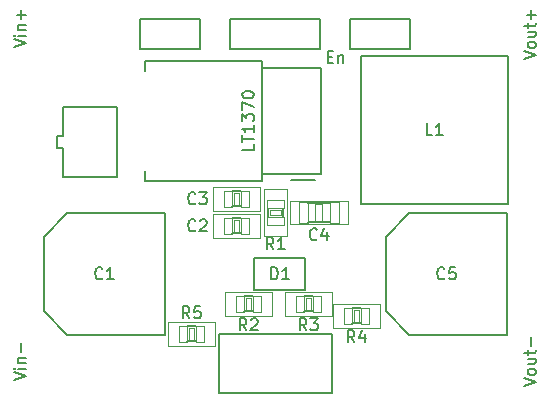
<source format=gto>
G04 #@! TF.FileFunction,Legend,Top*
%FSLAX46Y46*%
G04 Gerber Fmt 4.6, Leading zero omitted, Abs format (unit mm)*
G04 Created by KiCad (PCBNEW (2015-06-26 BZR 5832)-product) date Mittwoch, 02. März 2016 'u30' 20:30:32*
%MOMM*%
G01*
G04 APERTURE LIST*
%ADD10C,0.150000*%
%ADD11C,0.127000*%
%ADD12C,0.066040*%
%ADD13C,0.152400*%
%ADD14C,0.050800*%
%ADD15C,0.200000*%
G04 APERTURE END LIST*
D10*
X118110000Y-90170000D02*
X118110000Y-87630000D01*
X110490000Y-90170000D02*
X118110000Y-90170000D01*
X110490000Y-87630000D02*
X110490000Y-90170000D01*
X118110000Y-87630000D02*
X110490000Y-87630000D01*
X118713333Y-90860571D02*
X119046667Y-90860571D01*
X119189524Y-91384381D02*
X118713333Y-91384381D01*
X118713333Y-90384381D01*
X119189524Y-90384381D01*
X119618095Y-90717714D02*
X119618095Y-91384381D01*
X119618095Y-90812952D02*
X119665714Y-90765333D01*
X119760952Y-90717714D01*
X119903810Y-90717714D01*
X119999048Y-90765333D01*
X120046667Y-90860571D01*
X120046667Y-91384381D01*
X107950000Y-90170000D02*
X107950000Y-87630000D01*
X102870000Y-90170000D02*
X107950000Y-90170000D01*
X102870000Y-87630000D02*
X102870000Y-90170000D01*
X107950000Y-87630000D02*
X102870000Y-87630000D01*
X125730000Y-90170000D02*
X125730000Y-87630000D01*
X120650000Y-90170000D02*
X125730000Y-90170000D01*
X120650000Y-87630000D02*
X120650000Y-90170000D01*
X125730000Y-87630000D02*
X120650000Y-87630000D01*
X135342381Y-118728857D02*
X136342381Y-118395524D01*
X135342381Y-118062190D01*
X136342381Y-117586000D02*
X136294762Y-117681238D01*
X136247143Y-117728857D01*
X136151905Y-117776476D01*
X135866190Y-117776476D01*
X135770952Y-117728857D01*
X135723333Y-117681238D01*
X135675714Y-117586000D01*
X135675714Y-117443142D01*
X135723333Y-117347904D01*
X135770952Y-117300285D01*
X135866190Y-117252666D01*
X136151905Y-117252666D01*
X136247143Y-117300285D01*
X136294762Y-117347904D01*
X136342381Y-117443142D01*
X136342381Y-117586000D01*
X135675714Y-116395523D02*
X136342381Y-116395523D01*
X135675714Y-116824095D02*
X136199524Y-116824095D01*
X136294762Y-116776476D01*
X136342381Y-116681238D01*
X136342381Y-116538380D01*
X136294762Y-116443142D01*
X136247143Y-116395523D01*
X135675714Y-116062190D02*
X135675714Y-115681238D01*
X135342381Y-115919333D02*
X136199524Y-115919333D01*
X136294762Y-115871714D01*
X136342381Y-115776476D01*
X136342381Y-115681238D01*
X135961429Y-115347904D02*
X135961429Y-114585999D01*
X135342381Y-91042857D02*
X136342381Y-90709524D01*
X135342381Y-90376190D01*
X136342381Y-89900000D02*
X136294762Y-89995238D01*
X136247143Y-90042857D01*
X136151905Y-90090476D01*
X135866190Y-90090476D01*
X135770952Y-90042857D01*
X135723333Y-89995238D01*
X135675714Y-89900000D01*
X135675714Y-89757142D01*
X135723333Y-89661904D01*
X135770952Y-89614285D01*
X135866190Y-89566666D01*
X136151905Y-89566666D01*
X136247143Y-89614285D01*
X136294762Y-89661904D01*
X136342381Y-89757142D01*
X136342381Y-89900000D01*
X135675714Y-88709523D02*
X136342381Y-88709523D01*
X135675714Y-89138095D02*
X136199524Y-89138095D01*
X136294762Y-89090476D01*
X136342381Y-88995238D01*
X136342381Y-88852380D01*
X136294762Y-88757142D01*
X136247143Y-88709523D01*
X135675714Y-88376190D02*
X135675714Y-87995238D01*
X135342381Y-88233333D02*
X136199524Y-88233333D01*
X136294762Y-88185714D01*
X136342381Y-88090476D01*
X136342381Y-87995238D01*
X135961429Y-87661904D02*
X135961429Y-86899999D01*
X136342381Y-87280951D02*
X135580476Y-87280951D01*
X92162381Y-118228857D02*
X93162381Y-117895524D01*
X92162381Y-117562190D01*
X93162381Y-117228857D02*
X92495714Y-117228857D01*
X92162381Y-117228857D02*
X92210000Y-117276476D01*
X92257619Y-117228857D01*
X92210000Y-117181238D01*
X92162381Y-117228857D01*
X92257619Y-117228857D01*
X92495714Y-116752667D02*
X93162381Y-116752667D01*
X92590952Y-116752667D02*
X92543333Y-116705048D01*
X92495714Y-116609810D01*
X92495714Y-116466952D01*
X92543333Y-116371714D01*
X92638571Y-116324095D01*
X93162381Y-116324095D01*
X92781429Y-115847905D02*
X92781429Y-115086000D01*
X92162381Y-90034857D02*
X93162381Y-89701524D01*
X92162381Y-89368190D01*
X93162381Y-89034857D02*
X92495714Y-89034857D01*
X92162381Y-89034857D02*
X92210000Y-89082476D01*
X92257619Y-89034857D01*
X92210000Y-88987238D01*
X92162381Y-89034857D01*
X92257619Y-89034857D01*
X92495714Y-88558667D02*
X93162381Y-88558667D01*
X92590952Y-88558667D02*
X92543333Y-88511048D01*
X92495714Y-88415810D01*
X92495714Y-88272952D01*
X92543333Y-88177714D01*
X92638571Y-88130095D01*
X93162381Y-88130095D01*
X92781429Y-87653905D02*
X92781429Y-86892000D01*
X93162381Y-87272952D02*
X92400476Y-87272952D01*
X119100000Y-119340000D02*
X119100000Y-116840000D01*
X119100000Y-116840000D02*
X119100000Y-114340000D01*
X119100000Y-114340000D02*
X109500000Y-114340000D01*
X109500000Y-114340000D02*
X109500000Y-119340000D01*
X109500000Y-119340000D02*
X119100000Y-119340000D01*
D11*
X96344740Y-101043740D02*
X96344740Y-98541840D01*
X96344740Y-98541840D02*
X95844360Y-98541840D01*
X95844360Y-98541840D02*
X95844360Y-97546160D01*
X95844360Y-97546160D02*
X96344740Y-97546160D01*
X96344740Y-97546160D02*
X96344740Y-95044260D01*
X96344740Y-95044260D02*
X100843080Y-95044260D01*
X100843080Y-95044260D02*
X100843080Y-101043740D01*
X100843080Y-101043740D02*
X96344740Y-101043740D01*
D12*
X110591600Y-104457500D02*
X109943900Y-104457500D01*
X109943900Y-104457500D02*
X109943900Y-105857040D01*
X110591600Y-105857040D02*
X109943900Y-105857040D01*
X110591600Y-104457500D02*
X110591600Y-105857040D01*
X112064800Y-104457500D02*
X111414560Y-104457500D01*
X111414560Y-104457500D02*
X111414560Y-105857040D01*
X112064800Y-105857040D02*
X111414560Y-105857040D01*
X112064800Y-104457500D02*
X112064800Y-105857040D01*
X111196120Y-104658160D02*
X110799880Y-104658160D01*
X110799880Y-104658160D02*
X110799880Y-105653840D01*
X111196120Y-105653840D02*
X110799880Y-105653840D01*
X111196120Y-104658160D02*
X111196120Y-105653840D01*
D13*
X111406940Y-105791000D02*
X110589060Y-105791000D01*
X111406940Y-104521000D02*
X110589060Y-104521000D01*
D14*
X112969040Y-106138980D02*
X109026960Y-106138980D01*
X109026960Y-106138980D02*
X109026960Y-104173020D01*
X109026960Y-104173020D02*
X112969040Y-104173020D01*
X112969040Y-104173020D02*
X112969040Y-106138980D01*
D12*
X110591600Y-102171500D02*
X109943900Y-102171500D01*
X109943900Y-102171500D02*
X109943900Y-103571040D01*
X110591600Y-103571040D02*
X109943900Y-103571040D01*
X110591600Y-102171500D02*
X110591600Y-103571040D01*
X112064800Y-102171500D02*
X111414560Y-102171500D01*
X111414560Y-102171500D02*
X111414560Y-103571040D01*
X112064800Y-103571040D02*
X111414560Y-103571040D01*
X112064800Y-102171500D02*
X112064800Y-103571040D01*
X111196120Y-102372160D02*
X110799880Y-102372160D01*
X110799880Y-102372160D02*
X110799880Y-103367840D01*
X111196120Y-103367840D02*
X110799880Y-103367840D01*
X111196120Y-102372160D02*
X111196120Y-103367840D01*
D13*
X111406940Y-103505000D02*
X110589060Y-103505000D01*
X111406940Y-102235000D02*
X110589060Y-102235000D01*
D14*
X112969040Y-103852980D02*
X109026960Y-103852980D01*
X109026960Y-103852980D02*
X109026960Y-101887020D01*
X109026960Y-101887020D02*
X112969040Y-101887020D01*
X112969040Y-101887020D02*
X112969040Y-103852980D01*
D12*
X119672100Y-103136700D02*
X118935500Y-103136700D01*
X118935500Y-103136700D02*
X118935500Y-104889300D01*
X119672100Y-104889300D02*
X118935500Y-104889300D01*
X119672100Y-103136700D02*
X119672100Y-104889300D01*
X117030500Y-103136700D02*
X116293900Y-103136700D01*
X116293900Y-103136700D02*
X116293900Y-104889300D01*
X117030500Y-104889300D02*
X116293900Y-104889300D01*
X117030500Y-103136700D02*
X117030500Y-104889300D01*
X118282720Y-103314500D02*
X117683280Y-103314500D01*
X117683280Y-103314500D02*
X117683280Y-104711500D01*
X118282720Y-104711500D02*
X117683280Y-104711500D01*
X118282720Y-103314500D02*
X118282720Y-104711500D01*
D13*
X117030500Y-103200200D02*
X118948200Y-103200200D01*
X117030500Y-104825800D02*
X118948200Y-104825800D01*
D14*
X120454420Y-104995980D02*
X115511580Y-104995980D01*
X115511580Y-104995980D02*
X115511580Y-103030020D01*
X115511580Y-103030020D02*
X120454420Y-103030020D01*
X120454420Y-103030020D02*
X120454420Y-104995980D01*
D10*
X112562000Y-110570000D02*
X112462000Y-110570000D01*
X112462000Y-110570000D02*
X112462000Y-107870000D01*
X112462000Y-107870000D02*
X116812000Y-107870000D01*
X116812000Y-107870000D02*
X116812000Y-110570000D01*
X116812000Y-110570000D02*
X112512000Y-110570000D01*
D12*
X113601500Y-104419400D02*
X113601500Y-105067100D01*
X113601500Y-105067100D02*
X115001040Y-105067100D01*
X115001040Y-104419400D02*
X115001040Y-105067100D01*
X113601500Y-104419400D02*
X115001040Y-104419400D01*
X113601500Y-102946200D02*
X113601500Y-103596440D01*
X113601500Y-103596440D02*
X115001040Y-103596440D01*
X115001040Y-102946200D02*
X115001040Y-103596440D01*
X113601500Y-102946200D02*
X115001040Y-102946200D01*
X113802160Y-103814880D02*
X113802160Y-104211120D01*
X113802160Y-104211120D02*
X114797840Y-104211120D01*
X114797840Y-103814880D02*
X114797840Y-104211120D01*
X113802160Y-103814880D02*
X114797840Y-103814880D01*
D13*
X114935000Y-103604060D02*
X114935000Y-104421940D01*
X113665000Y-103604060D02*
X113665000Y-104421940D01*
D14*
X115282980Y-102041960D02*
X115282980Y-105984040D01*
X115282980Y-105984040D02*
X113317020Y-105984040D01*
X113317020Y-105984040D02*
X113317020Y-102041960D01*
X113317020Y-102041960D02*
X115282980Y-102041960D01*
D12*
X111607600Y-111061500D02*
X110959900Y-111061500D01*
X110959900Y-111061500D02*
X110959900Y-112461040D01*
X111607600Y-112461040D02*
X110959900Y-112461040D01*
X111607600Y-111061500D02*
X111607600Y-112461040D01*
X113080800Y-111061500D02*
X112430560Y-111061500D01*
X112430560Y-111061500D02*
X112430560Y-112461040D01*
X113080800Y-112461040D02*
X112430560Y-112461040D01*
X113080800Y-111061500D02*
X113080800Y-112461040D01*
X112212120Y-111262160D02*
X111815880Y-111262160D01*
X111815880Y-111262160D02*
X111815880Y-112257840D01*
X112212120Y-112257840D02*
X111815880Y-112257840D01*
X112212120Y-111262160D02*
X112212120Y-112257840D01*
D13*
X112422940Y-112395000D02*
X111605060Y-112395000D01*
X112422940Y-111125000D02*
X111605060Y-111125000D01*
D14*
X113985040Y-112742980D02*
X110042960Y-112742980D01*
X110042960Y-112742980D02*
X110042960Y-110777020D01*
X110042960Y-110777020D02*
X113985040Y-110777020D01*
X113985040Y-110777020D02*
X113985040Y-112742980D01*
D12*
X117500400Y-112458500D02*
X118148100Y-112458500D01*
X118148100Y-112458500D02*
X118148100Y-111058960D01*
X117500400Y-111058960D02*
X118148100Y-111058960D01*
X117500400Y-112458500D02*
X117500400Y-111058960D01*
X116027200Y-112458500D02*
X116677440Y-112458500D01*
X116677440Y-112458500D02*
X116677440Y-111058960D01*
X116027200Y-111058960D02*
X116677440Y-111058960D01*
X116027200Y-112458500D02*
X116027200Y-111058960D01*
X116895880Y-112257840D02*
X117292120Y-112257840D01*
X117292120Y-112257840D02*
X117292120Y-111262160D01*
X116895880Y-111262160D02*
X117292120Y-111262160D01*
X116895880Y-112257840D02*
X116895880Y-111262160D01*
D13*
X116685060Y-111125000D02*
X117502940Y-111125000D01*
X116685060Y-112395000D02*
X117502940Y-112395000D01*
D14*
X115122960Y-110777020D02*
X119065040Y-110777020D01*
X119065040Y-110777020D02*
X119065040Y-112742980D01*
X119065040Y-112742980D02*
X115122960Y-112742980D01*
X115122960Y-112742980D02*
X115122960Y-110777020D01*
D15*
X103290000Y-92016000D02*
X103290000Y-91186000D01*
X117640000Y-101266000D02*
X115640000Y-101266000D01*
X113140000Y-100766000D02*
X118170000Y-100766000D01*
X118170000Y-100766000D02*
X118170000Y-91766000D01*
X118170000Y-91766000D02*
X113140000Y-91766000D01*
X103290000Y-91186000D02*
X113140000Y-91186000D01*
X113140000Y-91186000D02*
X113140000Y-101346000D01*
X113140000Y-101346000D02*
X103290000Y-101346000D01*
X103290000Y-101346000D02*
X103290000Y-100516000D01*
D10*
X121512000Y-90778000D02*
X121512000Y-103278000D01*
X121512000Y-103278000D02*
X134012000Y-103278000D01*
X134012000Y-103278000D02*
X134012000Y-90778000D01*
X134012000Y-90778000D02*
X121512000Y-90778000D01*
X104972000Y-109220000D02*
X104972000Y-114370000D01*
X104972000Y-114370000D02*
X96672000Y-114370000D01*
X96672000Y-114370000D02*
X94672000Y-112370000D01*
X94672000Y-112370000D02*
X94672000Y-106070000D01*
X94672000Y-106070000D02*
X96672000Y-104070000D01*
X96672000Y-104070000D02*
X104972000Y-104070000D01*
X104972000Y-104070000D02*
X104972000Y-109220000D01*
X133928000Y-109220000D02*
X133928000Y-114370000D01*
X133928000Y-114370000D02*
X125628000Y-114370000D01*
X125628000Y-114370000D02*
X123628000Y-112370000D01*
X123628000Y-112370000D02*
X123628000Y-106070000D01*
X123628000Y-106070000D02*
X125628000Y-104070000D01*
X125628000Y-104070000D02*
X133928000Y-104070000D01*
X133928000Y-104070000D02*
X133928000Y-109220000D01*
D12*
X121564400Y-113474500D02*
X122212100Y-113474500D01*
X122212100Y-113474500D02*
X122212100Y-112074960D01*
X121564400Y-112074960D02*
X122212100Y-112074960D01*
X121564400Y-113474500D02*
X121564400Y-112074960D01*
X120091200Y-113474500D02*
X120741440Y-113474500D01*
X120741440Y-113474500D02*
X120741440Y-112074960D01*
X120091200Y-112074960D02*
X120741440Y-112074960D01*
X120091200Y-113474500D02*
X120091200Y-112074960D01*
X120959880Y-113273840D02*
X121356120Y-113273840D01*
X121356120Y-113273840D02*
X121356120Y-112278160D01*
X120959880Y-112278160D02*
X121356120Y-112278160D01*
X120959880Y-113273840D02*
X120959880Y-112278160D01*
D13*
X120749060Y-112141000D02*
X121566940Y-112141000D01*
X120749060Y-113411000D02*
X121566940Y-113411000D01*
D14*
X119186960Y-111793020D02*
X123129040Y-111793020D01*
X123129040Y-111793020D02*
X123129040Y-113758980D01*
X123129040Y-113758980D02*
X119186960Y-113758980D01*
X119186960Y-113758980D02*
X119186960Y-111793020D01*
D12*
X106781600Y-113601500D02*
X106133900Y-113601500D01*
X106133900Y-113601500D02*
X106133900Y-115001040D01*
X106781600Y-115001040D02*
X106133900Y-115001040D01*
X106781600Y-113601500D02*
X106781600Y-115001040D01*
X108254800Y-113601500D02*
X107604560Y-113601500D01*
X107604560Y-113601500D02*
X107604560Y-115001040D01*
X108254800Y-115001040D02*
X107604560Y-115001040D01*
X108254800Y-113601500D02*
X108254800Y-115001040D01*
X107386120Y-113802160D02*
X106989880Y-113802160D01*
X106989880Y-113802160D02*
X106989880Y-114797840D01*
X107386120Y-114797840D02*
X106989880Y-114797840D01*
X107386120Y-113802160D02*
X107386120Y-114797840D01*
D13*
X107596940Y-114935000D02*
X106779060Y-114935000D01*
X107596940Y-113665000D02*
X106779060Y-113665000D01*
D14*
X109159040Y-115282980D02*
X105216960Y-115282980D01*
X105216960Y-115282980D02*
X105216960Y-113317020D01*
X105216960Y-113317020D02*
X109159040Y-113317020D01*
X109159040Y-113317020D02*
X109159040Y-115282980D01*
D10*
X107529334Y-105513143D02*
X107481715Y-105560762D01*
X107338858Y-105608381D01*
X107243620Y-105608381D01*
X107100762Y-105560762D01*
X107005524Y-105465524D01*
X106957905Y-105370286D01*
X106910286Y-105179810D01*
X106910286Y-105036952D01*
X106957905Y-104846476D01*
X107005524Y-104751238D01*
X107100762Y-104656000D01*
X107243620Y-104608381D01*
X107338858Y-104608381D01*
X107481715Y-104656000D01*
X107529334Y-104703619D01*
X107910286Y-104703619D02*
X107957905Y-104656000D01*
X108053143Y-104608381D01*
X108291239Y-104608381D01*
X108386477Y-104656000D01*
X108434096Y-104703619D01*
X108481715Y-104798857D01*
X108481715Y-104894095D01*
X108434096Y-105036952D01*
X107862667Y-105608381D01*
X108481715Y-105608381D01*
X107529334Y-103227143D02*
X107481715Y-103274762D01*
X107338858Y-103322381D01*
X107243620Y-103322381D01*
X107100762Y-103274762D01*
X107005524Y-103179524D01*
X106957905Y-103084286D01*
X106910286Y-102893810D01*
X106910286Y-102750952D01*
X106957905Y-102560476D01*
X107005524Y-102465238D01*
X107100762Y-102370000D01*
X107243620Y-102322381D01*
X107338858Y-102322381D01*
X107481715Y-102370000D01*
X107529334Y-102417619D01*
X107862667Y-102322381D02*
X108481715Y-102322381D01*
X108148381Y-102703333D01*
X108291239Y-102703333D01*
X108386477Y-102750952D01*
X108434096Y-102798571D01*
X108481715Y-102893810D01*
X108481715Y-103131905D01*
X108434096Y-103227143D01*
X108386477Y-103274762D01*
X108291239Y-103322381D01*
X108005524Y-103322381D01*
X107910286Y-103274762D01*
X107862667Y-103227143D01*
X117816334Y-106275143D02*
X117768715Y-106322762D01*
X117625858Y-106370381D01*
X117530620Y-106370381D01*
X117387762Y-106322762D01*
X117292524Y-106227524D01*
X117244905Y-106132286D01*
X117197286Y-105941810D01*
X117197286Y-105798952D01*
X117244905Y-105608476D01*
X117292524Y-105513238D01*
X117387762Y-105418000D01*
X117530620Y-105370381D01*
X117625858Y-105370381D01*
X117768715Y-105418000D01*
X117816334Y-105465619D01*
X118673477Y-105703714D02*
X118673477Y-106370381D01*
X118435381Y-105322762D02*
X118197286Y-106037048D01*
X118816334Y-106037048D01*
X113942905Y-109672381D02*
X113942905Y-108672381D01*
X114181000Y-108672381D01*
X114323858Y-108720000D01*
X114419096Y-108815238D01*
X114466715Y-108910476D01*
X114514334Y-109100952D01*
X114514334Y-109243810D01*
X114466715Y-109434286D01*
X114419096Y-109529524D01*
X114323858Y-109624762D01*
X114181000Y-109672381D01*
X113942905Y-109672381D01*
X115466715Y-109672381D02*
X114895286Y-109672381D01*
X115181000Y-109672381D02*
X115181000Y-108672381D01*
X115085762Y-108815238D01*
X114990524Y-108910476D01*
X114895286Y-108958095D01*
X114133334Y-107132381D02*
X113800000Y-106656190D01*
X113561905Y-107132381D02*
X113561905Y-106132381D01*
X113942858Y-106132381D01*
X114038096Y-106180000D01*
X114085715Y-106227619D01*
X114133334Y-106322857D01*
X114133334Y-106465714D01*
X114085715Y-106560952D01*
X114038096Y-106608571D01*
X113942858Y-106656190D01*
X113561905Y-106656190D01*
X115085715Y-107132381D02*
X114514286Y-107132381D01*
X114800000Y-107132381D02*
X114800000Y-106132381D01*
X114704762Y-106275238D01*
X114609524Y-106370476D01*
X114514286Y-106418095D01*
X111847334Y-113990381D02*
X111514000Y-113514190D01*
X111275905Y-113990381D02*
X111275905Y-112990381D01*
X111656858Y-112990381D01*
X111752096Y-113038000D01*
X111799715Y-113085619D01*
X111847334Y-113180857D01*
X111847334Y-113323714D01*
X111799715Y-113418952D01*
X111752096Y-113466571D01*
X111656858Y-113514190D01*
X111275905Y-113514190D01*
X112228286Y-113085619D02*
X112275905Y-113038000D01*
X112371143Y-112990381D01*
X112609239Y-112990381D01*
X112704477Y-113038000D01*
X112752096Y-113085619D01*
X112799715Y-113180857D01*
X112799715Y-113276095D01*
X112752096Y-113418952D01*
X112180667Y-113990381D01*
X112799715Y-113990381D01*
X116927334Y-113990381D02*
X116594000Y-113514190D01*
X116355905Y-113990381D02*
X116355905Y-112990381D01*
X116736858Y-112990381D01*
X116832096Y-113038000D01*
X116879715Y-113085619D01*
X116927334Y-113180857D01*
X116927334Y-113323714D01*
X116879715Y-113418952D01*
X116832096Y-113466571D01*
X116736858Y-113514190D01*
X116355905Y-113514190D01*
X117260667Y-112990381D02*
X117879715Y-112990381D01*
X117546381Y-113371333D01*
X117689239Y-113371333D01*
X117784477Y-113418952D01*
X117832096Y-113466571D01*
X117879715Y-113561810D01*
X117879715Y-113799905D01*
X117832096Y-113895143D01*
X117784477Y-113942762D01*
X117689239Y-113990381D01*
X117403524Y-113990381D01*
X117308286Y-113942762D01*
X117260667Y-113895143D01*
X112466381Y-98242190D02*
X112466381Y-98718381D01*
X111466381Y-98718381D01*
X111466381Y-98051714D02*
X111466381Y-97480285D01*
X112466381Y-97766000D02*
X111466381Y-97766000D01*
X112466381Y-96623142D02*
X112466381Y-97194571D01*
X112466381Y-96908857D02*
X111466381Y-96908857D01*
X111609238Y-97004095D01*
X111704476Y-97099333D01*
X111752095Y-97194571D01*
X111466381Y-96289809D02*
X111466381Y-95670761D01*
X111847333Y-96004095D01*
X111847333Y-95861237D01*
X111894952Y-95765999D01*
X111942571Y-95718380D01*
X112037810Y-95670761D01*
X112275905Y-95670761D01*
X112371143Y-95718380D01*
X112418762Y-95765999D01*
X112466381Y-95861237D01*
X112466381Y-96146952D01*
X112418762Y-96242190D01*
X112371143Y-96289809D01*
X111466381Y-95337428D02*
X111466381Y-94670761D01*
X112466381Y-95099333D01*
X111466381Y-94099333D02*
X111466381Y-94004094D01*
X111514000Y-93908856D01*
X111561619Y-93861237D01*
X111656857Y-93813618D01*
X111847333Y-93765999D01*
X112085429Y-93765999D01*
X112275905Y-93813618D01*
X112371143Y-93861237D01*
X112418762Y-93908856D01*
X112466381Y-94004094D01*
X112466381Y-94099333D01*
X112418762Y-94194571D01*
X112371143Y-94242190D01*
X112275905Y-94289809D01*
X112085429Y-94337428D01*
X111847333Y-94337428D01*
X111656857Y-94289809D01*
X111561619Y-94242190D01*
X111514000Y-94194571D01*
X111466381Y-94099333D01*
X127595334Y-97480381D02*
X127119143Y-97480381D01*
X127119143Y-96480381D01*
X128452477Y-97480381D02*
X127881048Y-97480381D01*
X128166762Y-97480381D02*
X128166762Y-96480381D01*
X128071524Y-96623238D01*
X127976286Y-96718476D01*
X127881048Y-96766095D01*
X99655334Y-109577143D02*
X99607715Y-109624762D01*
X99464858Y-109672381D01*
X99369620Y-109672381D01*
X99226762Y-109624762D01*
X99131524Y-109529524D01*
X99083905Y-109434286D01*
X99036286Y-109243810D01*
X99036286Y-109100952D01*
X99083905Y-108910476D01*
X99131524Y-108815238D01*
X99226762Y-108720000D01*
X99369620Y-108672381D01*
X99464858Y-108672381D01*
X99607715Y-108720000D01*
X99655334Y-108767619D01*
X100607715Y-109672381D02*
X100036286Y-109672381D01*
X100322000Y-109672381D02*
X100322000Y-108672381D01*
X100226762Y-108815238D01*
X100131524Y-108910476D01*
X100036286Y-108958095D01*
X128611334Y-109577143D02*
X128563715Y-109624762D01*
X128420858Y-109672381D01*
X128325620Y-109672381D01*
X128182762Y-109624762D01*
X128087524Y-109529524D01*
X128039905Y-109434286D01*
X127992286Y-109243810D01*
X127992286Y-109100952D01*
X128039905Y-108910476D01*
X128087524Y-108815238D01*
X128182762Y-108720000D01*
X128325620Y-108672381D01*
X128420858Y-108672381D01*
X128563715Y-108720000D01*
X128611334Y-108767619D01*
X129516096Y-108672381D02*
X129039905Y-108672381D01*
X128992286Y-109148571D01*
X129039905Y-109100952D01*
X129135143Y-109053333D01*
X129373239Y-109053333D01*
X129468477Y-109100952D01*
X129516096Y-109148571D01*
X129563715Y-109243810D01*
X129563715Y-109481905D01*
X129516096Y-109577143D01*
X129468477Y-109624762D01*
X129373239Y-109672381D01*
X129135143Y-109672381D01*
X129039905Y-109624762D01*
X128992286Y-109577143D01*
X120991334Y-115006381D02*
X120658000Y-114530190D01*
X120419905Y-115006381D02*
X120419905Y-114006381D01*
X120800858Y-114006381D01*
X120896096Y-114054000D01*
X120943715Y-114101619D01*
X120991334Y-114196857D01*
X120991334Y-114339714D01*
X120943715Y-114434952D01*
X120896096Y-114482571D01*
X120800858Y-114530190D01*
X120419905Y-114530190D01*
X121848477Y-114339714D02*
X121848477Y-115006381D01*
X121610381Y-113958762D02*
X121372286Y-114673048D01*
X121991334Y-114673048D01*
X107021334Y-112974381D02*
X106688000Y-112498190D01*
X106449905Y-112974381D02*
X106449905Y-111974381D01*
X106830858Y-111974381D01*
X106926096Y-112022000D01*
X106973715Y-112069619D01*
X107021334Y-112164857D01*
X107021334Y-112307714D01*
X106973715Y-112402952D01*
X106926096Y-112450571D01*
X106830858Y-112498190D01*
X106449905Y-112498190D01*
X107926096Y-111974381D02*
X107449905Y-111974381D01*
X107402286Y-112450571D01*
X107449905Y-112402952D01*
X107545143Y-112355333D01*
X107783239Y-112355333D01*
X107878477Y-112402952D01*
X107926096Y-112450571D01*
X107973715Y-112545810D01*
X107973715Y-112783905D01*
X107926096Y-112879143D01*
X107878477Y-112926762D01*
X107783239Y-112974381D01*
X107545143Y-112974381D01*
X107449905Y-112926762D01*
X107402286Y-112879143D01*
M02*

</source>
